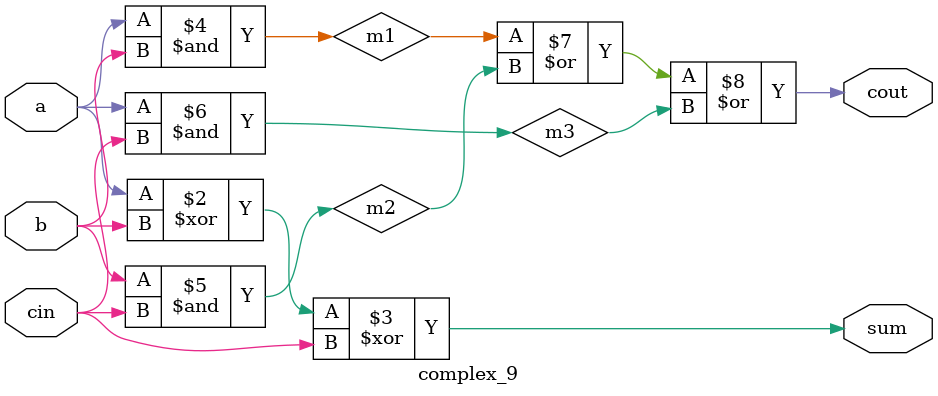
<source format=v>
module complex_9(
    input wire a,
    input wire b,
    input wire cin,
    output sum,
    output reg cout
  );
    reg m1,m2,m3;
    always @(a or b or cin)
        begin
            sum = (a ^ b) ^ cin;
            m1 = a & b;
            m2 = b & cin;
            m3 = a & cin;
            cout = (m1|m2)|m3;
        end
endmodule
</source>
